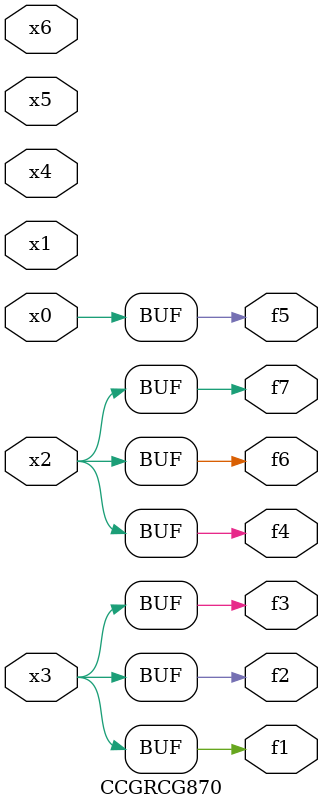
<source format=v>
module CCGRCG870(
	input x0, x1, x2, x3, x4, x5, x6,
	output f1, f2, f3, f4, f5, f6, f7
);
	assign f1 = x3;
	assign f2 = x3;
	assign f3 = x3;
	assign f4 = x2;
	assign f5 = x0;
	assign f6 = x2;
	assign f7 = x2;
endmodule

</source>
